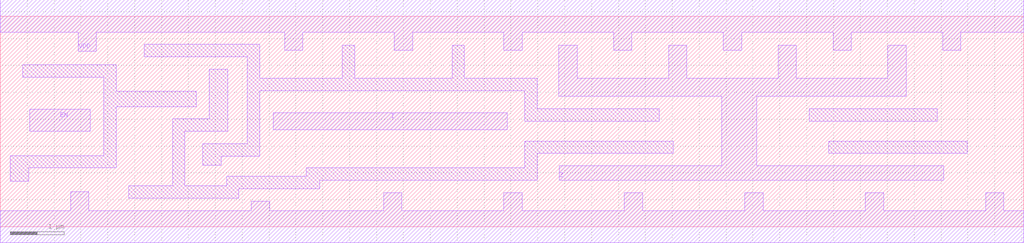
<source format=lef>
# Copyright 2022 GlobalFoundries PDK Authors
#
# Licensed under the Apache License, Version 2.0 (the "License");
# you may not use this file except in compliance with the License.
# You may obtain a copy of the License at
#
#      http://www.apache.org/licenses/LICENSE-2.0
#
# Unless required by applicable law or agreed to in writing, software
# distributed under the License is distributed on an "AS IS" BASIS,
# WITHOUT WARRANTIES OR CONDITIONS OF ANY KIND, either express or implied.
# See the License for the specific language governing permissions and
# limitations under the License.

MACRO gf180mcu_fd_sc_mcu7t5v0__bufz_8
  CLASS core ;
  FOREIGN gf180mcu_fd_sc_mcu7t5v0__bufz_8 0.0 0.0 ;
  ORIGIN 0 0 ;
  SYMMETRY X Y ;
  SITE GF018hv5v_mcu_sc7 ;
  SIZE 19.04 BY 3.92 ;
  PIN EN
    DIRECTION INPUT ;
    ANTENNAGATEAREA 1.929 ;
    PORT
      LAYER Metal1 ;
        POLYGON 0.545 1.775 1.675 1.775 1.675 2.185 0.545 2.185  ;
    END
  END EN
  PIN I
    DIRECTION INPUT ;
    ANTENNAGATEAREA 4.318 ;
    PORT
      LAYER Metal1 ;
        POLYGON 5.075 1.8 9.43 1.8 9.43 2.12 5.075 2.12  ;
    END
  END I
  PIN Z
    DIRECTION OUTPUT ;
    ANTENNADIFFAREA 4.1496 ;
    PORT
      LAYER Metal1 ;
        POLYGON 10.39 2.425 12.26 2.425 12.52 2.425 13.42 2.425 13.42 1.135 10.4 1.135 10.4 0.865 17.55 0.865 17.55 1.135 14.07 1.135 14.07 2.425 16.85 2.425 16.85 3.38 16.51 3.38 16.51 2.765 14.81 2.765 14.81 3.38 14.47 3.38 14.47 2.765 12.77 2.765 12.77 3.38 12.52 3.38 12.43 3.38 12.43 2.765 12.26 2.765 10.73 2.765 10.73 3.38 10.39 3.38  ;
    END
  END Z
  PIN VDD
    DIRECTION INOUT ;
    USE power ;
    SHAPE ABUTMENT ;
    PORT
      LAYER Metal1 ;
        POLYGON 0 3.62 1.45 3.62 1.45 3.26 1.79 3.26 1.79 3.62 5.29 3.62 5.29 3.285 5.63 3.285 5.63 3.62 7.33 3.62 7.33 3.285 7.67 3.285 7.67 3.62 9.37 3.62 9.37 3.285 9.71 3.285 9.71 3.62 11.41 3.62 11.41 3.285 11.75 3.285 11.75 3.62 12.26 3.62 12.52 3.62 13.45 3.62 13.45 3.285 13.79 3.285 13.79 3.62 15.49 3.62 15.49 3.285 15.83 3.285 15.83 3.62 17.43 3.62 17.53 3.62 17.53 3.285 17.87 3.285 17.87 3.62 17.99 3.62 19.04 3.62 19.04 4.22 17.99 4.22 17.43 4.22 12.52 4.22 12.26 4.22 0 4.22  ;
    END
  END VDD
  PIN VSS
    DIRECTION INOUT ;
    USE ground ;
    SHAPE ABUTMENT ;
    PORT
      LAYER Metal1 ;
        POLYGON 0 -0.3 19.04 -0.3 19.04 0.3 18.67 0.3 18.67 0.635 18.33 0.635 18.33 0.3 16.43 0.3 16.43 0.635 16.09 0.635 16.09 0.3 14.19 0.3 14.19 0.635 13.85 0.635 13.85 0.3 11.95 0.3 11.95 0.635 11.61 0.635 11.61 0.3 9.71 0.3 9.71 0.635 9.37 0.635 9.37 0.3 7.47 0.3 7.47 0.635 7.13 0.635 7.13 0.3 5.01 0.3 5.01 0.475 4.67 0.475 4.67 0.3 1.65 0.3 1.65 0.655 1.31 0.655 1.31 0.3 0 0.3  ;
    END
  END VSS
  OBS
      LAYER Metal1 ;
        POLYGON 0.42 2.78 1.925 2.78 1.925 1.325 0.19 1.325 0.19 0.85 0.53 0.85 0.53 1.095 2.155 1.095 2.155 2.235 3.65 2.235 3.65 2.52 2.155 2.52 2.155 3.01 0.42 3.01  ;
        POLYGON 2.68 3.16 4.595 3.16 4.595 1.545 3.77 1.545 3.77 1.14 4.11 1.14 4.11 1.315 4.825 1.315 4.825 2.53 9.755 2.53 9.755 1.965 12.26 1.965 12.26 2.195 9.985 2.195 9.985 2.76 8.635 2.76 8.635 3.38 8.405 3.38 8.405 2.76 6.595 2.76 6.595 3.38 6.365 3.38 6.365 2.76 4.825 2.76 4.825 3.39 2.68 3.39  ;
        POLYGON 2.39 0.53 4.44 0.53 4.44 0.705 5.945 0.705 5.945 0.865 9.985 0.865 9.985 1.365 12.52 1.365 12.52 1.595 9.755 1.595 9.755 1.095 5.695 1.095 5.695 0.935 4.215 0.935 4.215 0.76 3.435 0.76 3.435 1.775 4.23 1.775 4.23 2.93 3.89 2.93 3.89 2.005 3.205 2.005 3.205 0.76 2.39 0.76  ;
        POLYGON 15.05 1.965 17.43 1.965 17.43 2.195 15.05 2.195  ;
        POLYGON 15.415 1.365 17.99 1.365 17.99 1.595 15.415 1.595  ;
  END
END gf180mcu_fd_sc_mcu7t5v0__bufz_8

</source>
